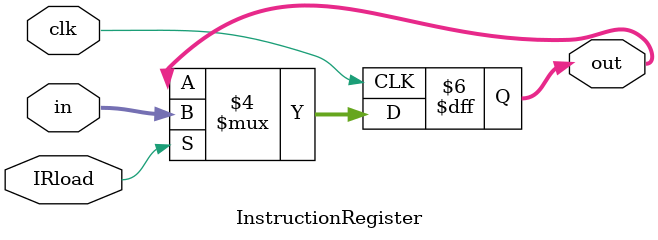
<source format=v>

`timescale 1ns/100ps

module InstructionRegister (in, IRload, clk, out);
input [15:0] in;
input IRload;
input clk;
output [15:0] out;
reg [15:0] out;

  always @(posedge clk)
    if (IRload == 1) out = in;

endmodule

</source>
